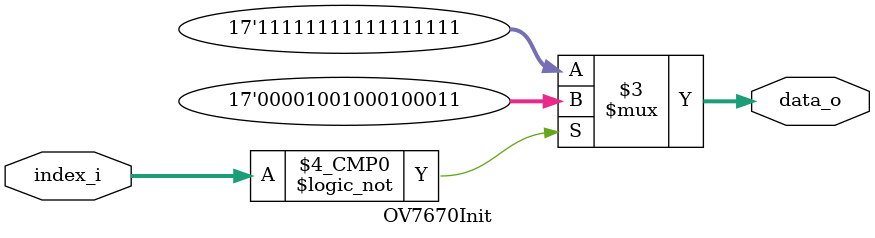
<source format=v>


`timescale 1ns / 1ps

module OV7670Init (index_i, data_o);

   input       [5:0] index_i;    // Register index.
   output reg  [16:0] data_o;    // {Register_address, register_value, rw_flag} :
                                 //  Where register_value is the value to write if rw_flag = 1
                                 //  otherwise it's not used when rw_flag = 0 (read).
                                 // {16'hffff, 1'b1} - denotes end of the register set.
                                 // {16'hf0f0, 1'b1} - denotes that a delay is needed at this point.
   always @* begin
      (* parallel_case *) case(index_i)
           6'd0 : data_o = {16'h0911, 1'b1};  //COM2, Enable soft sleep
         //  6'd0 : data_o = {16'h3908, 1'b0};  //COM2, Enable soft sleep
		
//           6'd0 : data_o = {16'h0A76, 1'b0}; 
//         6'd0 : data_o = {16'h1280, 1'b1};   // COM7     Reset.
//         6'd1 : data_o = {16'hf0f0, 1'b1};   // Denotes delay.
//         6'd2 : data_o = {16'h1204, 1'b1};   // COM7     Set RGB (06 enables color bar overlay).
//         6'd3 : data_o = {16'h1100, 1'b1};   // CLKRC    Use external clock directly.
//         6'd4 : data_o = {16'h0C00, 1'b1};   // COM3     Disable DCW & scalling. + RSVD bits.
//         6'd5 : data_o = {16'h3E00, 1'b1};   // COM14    Normal PCLK.
//         6'd6 : data_o = {16'h8C00, 1'b1};   // RGB444   Disable RGB444
//         6'd7 : data_o = {16'h0400, 1'b1};   // COM1     Disable CCIR656. AEC low 2 LSB.
//         6'd8 : data_o = {16'h40d0, 1'b1};   // COM15    Set RGB565 full value range
//         6'd9 : data_o = {16'h3a04, 1'b1};   // TSLB     Don't set window automatically. + RSVD bits.
//         6'd10: data_o = {16'h1418, 1'b1};   // COM9     Maximum AGC value x4. Freeze AGC/AEC. + RSVD bits.
//         6'd11: data_o = {16'h4fb3, 1'b1};   // MTX1     Matrix Coefficient 1
//         6'd12: data_o = {16'h50b3, 1'b1};   // MTX2     Matrix Coefficient 2
//         6'd13: data_o = {16'h5100, 1'b1};   // MTX3     Matrix Coefficient 3
//         6'd14: data_o = {16'h523d, 1'b1};   // MTX4     Matrix Coefficient 4
//         6'd15: data_o = {16'h53a7, 1'b1};   // MTX5     Matrix Coefficient 5
//         6'd16: data_o = {16'h54e4, 1'b1};   // MTX6     Matrix Coefficient 6
//         6'd17: data_o = {16'h589e, 1'b1};   // MTXS     Enable auto contrast center. Matrix coefficient sign. + RSVD bits.
//         6'd18: data_o = {16'h3dc0, 1'b1};   // COM13    Gamma enable. + RSVD bits.
//         6'd19: data_o = {16'h1100, 1'b1};   // CLKRC    Use external clock directly.
//         6'd20: data_o = {16'h1714, 1'b1};   // HSTART   HREF start high 8 bits.
//         6'd21: data_o = {16'h1802, 1'b1};   // HSTOP    HREF stop high 8 bits.
//         6'd22: data_o = {16'h3280, 1'b1};   // HREF     HREF edge offset. HSTART/HSTOP low 3 bits.
//         6'd23: data_o = {16'h1903, 1'b1};   // VSTART   VSYNC start high 8 bits.
//         6'd24: data_o = {16'h1A7b, 1'b1};   // VSTOP    VSYNC stop high 8 bits.
//         6'd25: data_o = {16'h030a, 1'b1};   // VREF     VSYNC edge offset. VSTART/VSTOP low 3 bits.
//         6'd26: data_o = {16'h0f41, 1'b1};   // COM6     Disable HREF at optical black. Reset timings. + RSVD bits.
//         6'd27: data_o = {16'h1e03, 1'b1};   // MVFP     No mirror/vflip. Black sun disable. + RSVD bits.
//         6'd28: data_o = {16'h330b, 1'b1};   // CHLF     Array Current Control - Reserved  
         //6'd29: data_o = {16'h373f, 1'b1};   // ADC 
         //6'd30: data_o = {16'h3871, 1'b1};   // ACOM     ADC and Analog Common Mode Control - Reserved
         //6'd31: data_o = {16'h392a, 1'b1};   // OFON     ADC Offset Control - Reserved               
//         6'd29: data_o = {16'h3c78, 1'b1};   // COM12    No HREF when VSYNC is low. + RSVD bits.
//         6'd30: data_o = {16'h6900, 1'b1};   // GFIX     Fix Gain Control? No.    
//         6'd31: data_o = {16'h6b1a, 1'b1};   // DBLV     Bypass PLL. Enable internal regulator. + RSVD bits.
//         6'd32: data_o = {16'h7400, 1'b1};   // REG74    Digital gain controlled by VREF[7:6]. + RSVD bits.
//         6'd33: data_o = {16'hb084, 1'b1};   // RSVD     ?          
//         6'd34: data_o = {16'hb10c, 1'b1};   // ABLC1    Enable ABLC function. + RSVD bits.
//         6'd35: data_o = {16'hb20e, 1'b1};   // RSVD     ?
//         6'd36: data_o = {16'hb380, 1'b1};   // THL_ST   ABLC Target.
         /*6'd37: data_o = {16'h7a20, 1'b1};   // SLOP     Gamma Curve Highest Segment Slope 
         6'd38: data_o = {16'h7b10, 1'b1};   // GAM1
         6'd39: data_o = {16'h7c1e, 1'b1};   // GAM2
         6'd40: data_o = {16'h7d35, 1'b1};   // GAM3
         6'd41: data_o = {16'h7e5a, 1'b1};   // GAM4
         6'd42: data_o = {16'h7f69, 1'b1};   // GAM5
         6'd43: data_o = {16'h8076, 1'b1};   // GAM6
         6'd44: data_o = {16'h8180, 1'b1};   // GAM7
         6'd45: data_o = {16'h8288, 1'b1};   // GAM8
         6'd46: data_o = {16'h838f, 1'b1};   // GAM9
         6'd47: data_o = {16'h8496, 1'b1};   // GAM10
         6'd48: data_o = {16'h85a3, 1'b1};   // GAM11
         6'd49: data_o = {16'h86af, 1'b1};   // GAM12
         6'd50: data_o = {16'h87c4, 1'b1};   // GAM13
         6'd51: data_o = {16'h88d7, 1'b1};   // GAM14
         6'd52: data_o = {16'h89e8, 1'b1};   // GAM15*/
         default: data_o = {16'hffff, 1'b1};
      endcase
   end

endmodule

</source>
